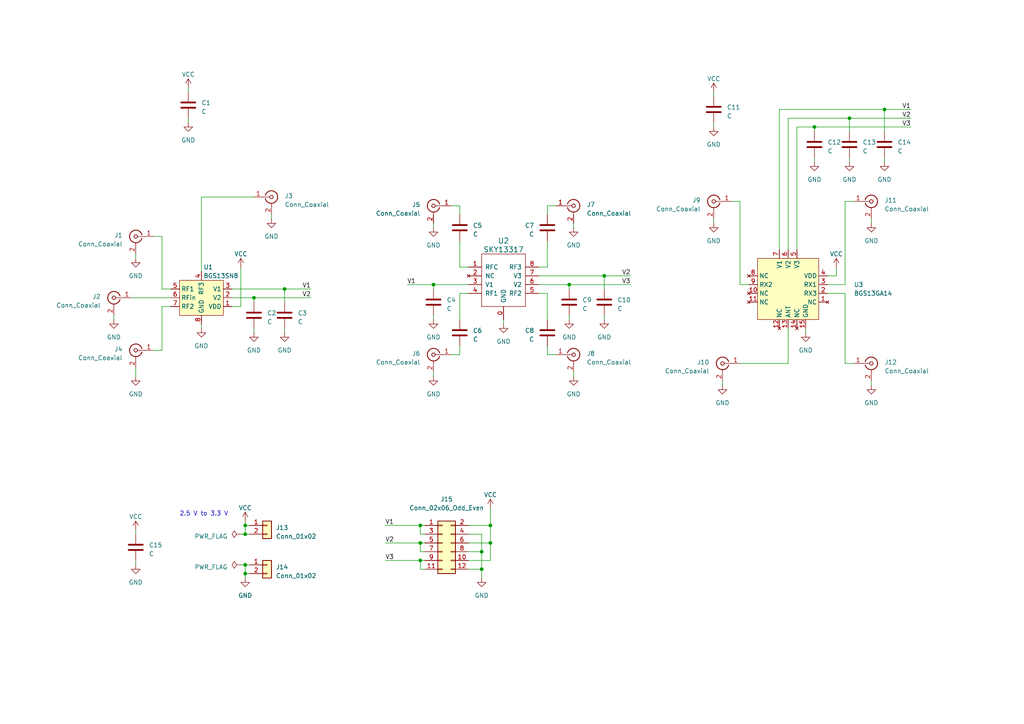
<source format=kicad_sch>
(kicad_sch (version 20231120) (generator "eeschema") (generator_version "8.0")
  (paper "A4")
  (title_block (title "${TITLE}") (date "${DATE}") (rev "${VERSION}") (company "${COPYRIGHT}") (comment 1 "${LICENSE}"))
  (lib_symbols
    (symbol "Connector:Conn_Coaxial" (pin_names (offset 1.016) hide)
      (property "Reference" "J" (at 0.254 3.048 0))
      (property "Value" "Conn_Coaxial" (at 2.921 0 90))
      (symbol "Conn_Coaxial_0_1"
        (arc (start -1.778 -0.508) (mid 0.2311 -1.8066) (end 1.778 0) (stroke (width 0.254)))
        (polyline (pts (xy -2.54 0) (xy -0.508 0)))
        (polyline (pts (xy 0 -2.54) (xy 0 -1.778)))
        (circle (center 0 0) (radius 0.508) (stroke (width 0.2032)))
        (arc (start 1.778 0) (mid 0.2099 1.8101) (end -1.778 0.508) (stroke (width 0.254)))
      )
      (symbol "Conn_Coaxial_1_1"
        (pin passive line (at -5.08 0 0) (length 2.54) (name "In") (number "1"))
        (pin passive line (at 0 -5.08 90) (length 2.54) (name "Ext") (number "2"))
      )
    )
    (symbol "Connector_Generic:Conn_01x02" (pin_names (offset 1.016) hide)
      (property "Reference" "J" (at 0 2.54 0))
      (property "Value" "Conn_01x02" (at 0 -5.08 0))
      (symbol "Conn_01x02_1_1"
        (rectangle (start -1.27 -2.413) (end 0 -2.667) (stroke (width 0.1524)))
        (rectangle (start -1.27 0.127) (end 0 -0.127) (stroke (width 0.1524)))
        (rectangle (start -1.27 1.27) (end 1.27 -3.81) (stroke (width 0.254)) (fill (type background)))
        (pin passive line (at -5.08 0 0) (length 3.81) (name "Pin_1") (number "1"))
        (pin passive line (at -5.08 -2.54 0) (length 3.81) (name "Pin_2") (number "2"))
      )
    )
    (symbol "Connector_Generic:Conn_02x06_Odd_Even" (pin_names (offset 1.016) hide)
      (property "Reference" "J" (at 1.27 7.62 0))
      (property "Value" "Conn_02x06_Odd_Even" (at 1.27 -10.16 0))
      (symbol "Conn_02x06_Odd_Even_1_1"
        (rectangle (start -1.27 -7.493) (end 0 -7.747) (stroke (width 0.1524)))
        (rectangle (start -1.27 -4.953) (end 0 -5.207) (stroke (width 0.1524)))
        (rectangle (start -1.27 -2.413) (end 0 -2.667) (stroke (width 0.1524)))
        (rectangle (start -1.27 0.127) (end 0 -0.127) (stroke (width 0.1524)))
        (rectangle (start -1.27 2.667) (end 0 2.413) (stroke (width 0.1524)))
        (rectangle (start -1.27 5.207) (end 0 4.953) (stroke (width 0.1524)))
        (rectangle (start -1.27 6.35) (end 3.81 -8.89) (stroke (width 0.254)) (fill (type background)))
        (rectangle (start 3.81 -7.493) (end 2.54 -7.747) (stroke (width 0.1524)))
        (rectangle (start 3.81 -4.953) (end 2.54 -5.207) (stroke (width 0.1524)))
        (rectangle (start 3.81 -2.413) (end 2.54 -2.667) (stroke (width 0.1524)))
        (rectangle (start 3.81 0.127) (end 2.54 -0.127) (stroke (width 0.1524)))
        (rectangle (start 3.81 2.667) (end 2.54 2.413) (stroke (width 0.1524)))
        (rectangle (start 3.81 5.207) (end 2.54 4.953) (stroke (width 0.1524)))
        (pin passive line (at -5.08 5.08 0) (length 3.81) (name "Pin_1") (number "1"))
        (pin passive line (at 7.62 -5.08 180) (length 3.81) (name "Pin_10") (number "10"))
        (pin passive line (at -5.08 -7.62 0) (length 3.81) (name "Pin_11") (number "11"))
        (pin passive line (at 7.62 -7.62 180) (length 3.81) (name "Pin_12") (number "12"))
        (pin passive line (at 7.62 5.08 180) (length 3.81) (name "Pin_2") (number "2"))
        (pin passive line (at -5.08 2.54 0) (length 3.81) (name "Pin_3") (number "3"))
        (pin passive line (at 7.62 2.54 180) (length 3.81) (name "Pin_4") (number "4"))
        (pin passive line (at -5.08 0 0) (length 3.81) (name "Pin_5") (number "5"))
        (pin passive line (at 7.62 0 180) (length 3.81) (name "Pin_6") (number "6"))
        (pin passive line (at -5.08 -2.54 0) (length 3.81) (name "Pin_7") (number "7"))
        (pin passive line (at 7.62 -2.54 180) (length 3.81) (name "Pin_8") (number "8"))
        (pin passive line (at -5.08 -5.08 0) (length 3.81) (name "Pin_9") (number "9"))
      )
    )
    (symbol "Device:C" (pin_numbers hide) (pin_names (offset 0.254))
      (property "Reference" "C" (at 0.635 2.54 0))
      (property "Value" "C" (at 0.635 -2.54 0))
      (symbol "C_0_1"
        (polyline (pts (xy -2.032 -0.762) (xy 2.032 -0.762)) (stroke (width 0.508)))
        (polyline (pts (xy -2.032 0.762) (xy 2.032 0.762)) (stroke (width 0.508)))
      )
      (symbol "C_1_1"
        (pin passive line (at 0 3.81 270) (length 2.794) (name "~") (number "1"))
        (pin passive line (at 0 -3.81 90) (length 2.794) (name "~") (number "2"))
      )
    )
    (symbol "eval:BGS13GA14"
      (property "Reference" "U" (at 10.16 12.7 0))
      (property "Value" "BGS13GA14" (at 10.16 10.16 0))
      (symbol "BGS13GA14_1_1"
        (rectangle (start -8.89 8.89) (end 8.89 -8.89) (fill (type background)))
        (pin no_connect line (at -11.43 3.81 0) (length 2.54) (name "NC") (number "1"))
        (pin no_connect line (at 11.43 1.27 180) (length 2.54) (name "NC") (number "10"))
        (pin no_connect line (at 11.43 3.81 180) (length 2.54) (name "NC") (number "11"))
        (pin no_connect line (at 2.54 11.43 270) (length 2.54) (name "NC") (number "12"))
        (pin passive line (at 0 11.43 270) (length 2.54) (name "ANT") (number "13"))
        (pin no_connect line (at -2.54 11.43 270) (length 2.54) (name "NC") (number "14"))
        (pin power_in line (at -5.08 11.43 270) (length 2.54) (name "GND") (number "15"))
        (pin passive line (at -11.43 1.27 0) (length 2.54) (name "RX3") (number "2"))
        (pin passive line (at -11.43 -1.27 0) (length 2.54) (name "RX1") (number "3"))
        (pin power_in line (at -11.43 -3.81 0) (length 2.54) (name "VDD") (number "4"))
        (pin input line (at -2.54 -11.43 90) (length 2.54) (name "V3") (number "5"))
        (pin input line (at 0 -11.43 90) (length 2.54) (name "V2") (number "6"))
        (pin input line (at 2.54 -11.43 90) (length 2.54) (name "V1") (number "7"))
        (pin no_connect line (at 11.43 -3.81 180) (length 2.54) (name "NC") (number "8"))
        (pin passive line (at 11.43 -1.27 180) (length 2.54) (name "RX2") (number "9"))
      )
    )
    (symbol "eval:BGS13SN8"
      (property "Reference" "U" (at 7.62 8.89 0))
      (property "Value" "BGS13SN8" (at 7.62 6.35 0))
      (symbol "BGS13SN8_1_1"
        (rectangle (start -6.35 5.08) (end 6.35 -5.08) (fill (type background)))
        (pin power_in line (at -8.89 2.54 0) (length 2.54) (name "VDD") (number "1"))
        (pin input line (at -8.89 0 0) (length 2.54) (name "V2") (number "2"))
        (pin input line (at -8.89 -2.54 0) (length 2.54) (name "V1") (number "3"))
        (pin passive line (at 0 -7.62 90) (length 2.54) (name "RF3") (number "4"))
        (pin passive line (at 8.89 -2.54 180) (length 2.54) (name "RF1") (number "5"))
        (pin passive line (at 8.89 0 180) (length 2.54) (name "RFin") (number "6"))
        (pin passive line (at 8.89 2.54 180) (length 2.54) (name "RF2") (number "7"))
        (pin power_in line (at 0 7.62 270) (length 2.54) (name "GND") (number "8"))
        (pin power_in line (at 0 7.62 270) (length 2.54) hide (name "GND") (number "9"))
      )
    )
    (symbol "gsg-symbols:SKY13317" (pin_names (offset 1.016))
      (property "Reference" "U" (at 0 0 0))
      (property "Value" "SKY13317" (at 0 6.35 0))
      (symbol "SKY13317_0_1"
        (rectangle (start -6.35 7.62) (end 6.35 -7.62))
      )
      (symbol "SKY13317_1_1"
        (pin power_in line (at 0 -11.43 90) (length 3.81) (name "GND") (number "0"))
        (pin bidirectional line (at -10.16 3.81 0) (length 3.81) (name "RFC") (number "1"))
        (pin no_connect line (at -10.16 1.27 0) (length 3.81) (name "NC") (number "2"))
        (pin input line (at -10.16 -1.27 0) (length 3.81) (name "V1") (number "3"))
        (pin bidirectional line (at -10.16 -3.81 0) (length 3.81) (name "RF1") (number "4"))
        (pin bidirectional line (at 10.16 -3.81 180) (length 3.81) (name "RF2") (number "5"))
        (pin input line (at 10.16 -1.27 180) (length 3.81) (name "V2") (number "6"))
        (pin input line (at 10.16 1.27 180) (length 3.81) (name "V3") (number "7"))
        (pin bidirectional line (at 10.16 3.81 180) (length 3.81) (name "RF3") (number "8"))
      )
    )
    (symbol "power:GND" (power) (pin_numbers hide) (pin_names (offset 0) hide)
      (property "Value" "GND" (at 0 -3.81 0))
      (symbol "GND_0_1"
        (polyline (pts (xy 0 0) (xy 0 -1.27) (xy 1.27 -1.27) (xy 0 -2.54) (xy -1.27 -1.27) (xy 0 -1.27)))
      )
      (symbol "GND_1_1"
        (pin power_in line (at 0 0 270) (length 0) (name "~") (number "1"))
      )
    )
    (symbol "power:PWR_FLAG" (power) (pin_numbers hide) (pin_names (offset 0) hide)
      (property "Value" "PWR_FLAG" (at 0 3.81 0))
      (symbol "PWR_FLAG_0_0"
        (pin power_out line (at 0 0 90) (length 0) (name "~") (number "1"))
      )
      (symbol "PWR_FLAG_0_1"
        (polyline (pts (xy 0 0) (xy 0 1.27) (xy -1.016 1.905) (xy 0 2.54) (xy 1.016 1.905) (xy 0 1.27)))
      )
    )
    (symbol "power:VCC" (power) (pin_numbers hide) (pin_names (offset 0) hide)
      (property "Value" "VCC" (at 0 3.556 0))
      (symbol "VCC_0_1"
        (polyline (pts (xy -0.762 1.27) (xy 0 2.54)))
        (polyline (pts (xy 0 0) (xy 0 2.54)))
        (polyline (pts (xy 0 2.54) (xy 0.762 1.27)))
      )
      (symbol "VCC_1_1"
        (pin power_in line (at 0 0 90) (length 0) (name "~") (number "1"))
      )
    )
  )
  (junction (at 175.26 80.01))
  (junction (at 121.92 157.48))
  (junction (at 142.24 157.48))
  (junction (at 236.22 36.83))
  (junction (at 73.66 86.36))
  (junction (at 142.24 152.4))
  (junction (at 256.54 31.75))
  (junction (at 121.92 162.56))
  (junction (at 246.38 34.29))
  (junction (at 71.12 166.37))
  (junction (at 165.1 82.55))
  (junction (at 121.92 152.4))
  (junction (at 139.7 165.1))
  (junction (at 71.12 152.4))
  (junction (at 71.12 154.94))
  (junction (at 82.55 83.82))
  (junction (at 139.7 160.02))
  (junction (at 125.73 82.55))
  (junction (at 71.12 163.83))
  (wire (pts (xy 121.92 162.56) (xy 123.19 162.56)))
  (wire (pts (xy 133.35 59.69) (xy 130.81 59.69)))
  (wire (pts (xy 118.11 82.55) (xy 125.73 82.55)))
  (wire (pts (xy 44.45 68.58) (xy 46.99 68.58)))
  (wire (pts (xy 256.54 31.75) (xy 264.16 31.75)))
  (wire (pts (xy 214.63 58.42) (xy 212.09 58.42)))
  (wire (pts (xy 142.24 152.4) (xy 142.24 157.48)))
  (wire (pts (xy 39.37 106.68) (xy 39.37 109.22)))
  (wire (pts (xy 236.22 36.83) (xy 264.16 36.83)))
  (wire (pts (xy 135.89 154.94) (xy 139.7 154.94)))
  (wire (pts (xy 214.63 82.55) (xy 217.17 82.55)))
  (wire (pts (xy 252.73 110.49) (xy 252.73 111.76)))
  (wire (pts (xy 133.35 102.87) (xy 130.81 102.87)))
  (wire (pts (xy 156.21 77.47) (xy 158.75 77.47)))
  (wire (pts (xy 139.7 160.02) (xy 139.7 165.1)))
  (wire (pts (xy 245.11 105.41) (xy 247.65 105.41)))
  (wire (pts (xy 236.22 45.72) (xy 236.22 46.99)))
  (wire (pts (xy 58.42 93.98) (xy 58.42 95.25)))
  (wire (pts (xy 73.66 86.36) (xy 73.66 87.63)))
  (wire (pts (xy 166.37 64.77) (xy 166.37 66.04)))
  (wire (pts (xy 156.21 85.09) (xy 158.75 85.09)))
  (wire (pts (xy 39.37 162.56) (xy 39.37 163.83)))
  (wire (pts (xy 121.92 162.56) (xy 121.92 165.1)))
  (wire (pts (xy 71.12 154.94) (xy 72.39 154.94)))
  (wire (pts (xy 246.38 34.29) (xy 246.38 38.1)))
  (wire (pts (xy 82.55 83.82) (xy 90.17 83.82)))
  (wire (pts (xy 54.61 34.29) (xy 54.61 35.56)))
  (wire (pts (xy 133.35 77.47) (xy 135.89 77.47)))
  (wire (pts (xy 39.37 73.66) (xy 39.37 74.93)))
  (wire (pts (xy 135.89 162.56) (xy 142.24 162.56)))
  (wire (pts (xy 245.11 58.42) (xy 245.11 82.55)))
  (wire (pts (xy 252.73 63.5) (xy 252.73 64.77)))
  (wire (pts (xy 228.6 34.29) (xy 228.6 72.39)))
  (wire (pts (xy 121.92 152.4) (xy 123.19 152.4)))
  (wire (pts (xy 166.37 107.95) (xy 166.37 109.22)))
  (wire (pts (xy 71.12 163.83) (xy 72.39 163.83)))
  (wire (pts (xy 133.35 69.85) (xy 133.35 77.47)))
  (wire (pts (xy 256.54 45.72) (xy 256.54 46.99)))
  (wire (pts (xy 214.63 58.42) (xy 214.63 82.55)))
  (wire (pts (xy 121.92 157.48) (xy 121.92 160.02)))
  (wire (pts (xy 135.89 157.48) (xy 142.24 157.48)))
  (wire (pts (xy 233.68 95.25) (xy 233.68 96.52)))
  (wire (pts (xy 139.7 154.94) (xy 139.7 160.02)))
  (wire (pts (xy 67.31 86.36) (xy 73.66 86.36)))
  (wire (pts (xy 158.75 85.09) (xy 158.75 92.71)))
  (wire (pts (xy 46.99 83.82) (xy 49.53 83.82)))
  (wire (pts (xy 44.45 101.6) (xy 46.99 101.6)))
  (wire (pts (xy 71.12 152.4) (xy 72.39 152.4)))
  (wire (pts (xy 123.19 165.1) (xy 121.92 165.1)))
  (wire (pts (xy 175.26 80.01) (xy 175.26 83.82)))
  (wire (pts (xy 121.92 157.48) (xy 123.19 157.48)))
  (wire (pts (xy 240.03 82.55) (xy 245.11 82.55)))
  (wire (pts (xy 111.76 157.48) (xy 121.92 157.48)))
  (wire (pts (xy 33.02 91.44) (xy 33.02 92.71)))
  (wire (pts (xy 125.73 64.77) (xy 125.73 66.04)))
  (wire (pts (xy 133.35 85.09) (xy 135.89 85.09)))
  (wire (pts (xy 207.01 35.56) (xy 207.01 36.83)))
  (wire (pts (xy 133.35 59.69) (xy 133.35 62.23)))
  (wire (pts (xy 240.03 80.01) (xy 242.57 80.01)))
  (wire (pts (xy 69.85 163.83) (xy 71.12 163.83)))
  (wire (pts (xy 165.1 91.44) (xy 165.1 92.71)))
  (wire (pts (xy 46.99 68.58) (xy 46.99 83.82)))
  (wire (pts (xy 158.75 100.33) (xy 158.75 102.87)))
  (wire (pts (xy 214.63 105.41) (xy 228.6 105.41)))
  (wire (pts (xy 209.55 110.49) (xy 209.55 111.76)))
  (wire (pts (xy 121.92 160.02) (xy 123.19 160.02)))
  (wire (pts (xy 135.89 152.4) (xy 142.24 152.4)))
  (wire (pts (xy 71.12 167.64) (xy 71.12 166.37)))
  (wire (pts (xy 226.06 31.75) (xy 256.54 31.75)))
  (wire (pts (xy 133.35 85.09) (xy 133.35 92.71)))
  (wire (pts (xy 256.54 31.75) (xy 256.54 38.1)))
  (wire (pts (xy 245.11 58.42) (xy 247.65 58.42)))
  (wire (pts (xy 158.75 102.87) (xy 161.29 102.87)))
  (wire (pts (xy 158.75 69.85) (xy 158.75 77.47)))
  (wire (pts (xy 246.38 34.29) (xy 264.16 34.29)))
  (wire (pts (xy 38.1 86.36) (xy 49.53 86.36)))
  (wire (pts (xy 125.73 82.55) (xy 135.89 82.55)))
  (wire (pts (xy 125.73 82.55) (xy 125.73 83.82)))
  (wire (pts (xy 73.66 86.36) (xy 90.17 86.36)))
  (wire (pts (xy 165.1 82.55) (xy 182.88 82.55)))
  (wire (pts (xy 165.1 82.55) (xy 165.1 83.82)))
  (wire (pts (xy 135.89 165.1) (xy 139.7 165.1)))
  (wire (pts (xy 71.12 152.4) (xy 71.12 154.94)))
  (wire (pts (xy 69.85 154.94) (xy 71.12 154.94)))
  (wire (pts (xy 146.05 92.71) (xy 146.05 93.98)))
  (wire (pts (xy 228.6 105.41) (xy 228.6 95.25)))
  (wire (pts (xy 156.21 82.55) (xy 165.1 82.55)))
  (wire (pts (xy 139.7 167.64) (xy 139.7 165.1)))
  (wire (pts (xy 226.06 72.39) (xy 226.06 31.75)))
  (wire (pts (xy 175.26 80.01) (xy 182.88 80.01)))
  (wire (pts (xy 78.74 62.23) (xy 78.74 63.5)))
  (wire (pts (xy 39.37 153.67) (xy 39.37 154.94)))
  (wire (pts (xy 158.75 59.69) (xy 158.75 62.23)))
  (wire (pts (xy 231.14 36.83) (xy 231.14 72.39)))
  (wire (pts (xy 231.14 36.83) (xy 236.22 36.83)))
  (wire (pts (xy 58.42 57.15) (xy 73.66 57.15)))
  (wire (pts (xy 142.24 157.48) (xy 142.24 162.56)))
  (wire (pts (xy 121.92 152.4) (xy 121.92 154.94)))
  (wire (pts (xy 246.38 45.72) (xy 246.38 46.99)))
  (wire (pts (xy 125.73 91.44) (xy 125.73 92.71)))
  (wire (pts (xy 71.12 166.37) (xy 71.12 163.83)))
  (wire (pts (xy 156.21 80.01) (xy 175.26 80.01)))
  (wire (pts (xy 142.24 147.32) (xy 142.24 152.4)))
  (wire (pts (xy 111.76 162.56) (xy 121.92 162.56)))
  (wire (pts (xy 236.22 36.83) (xy 236.22 38.1)))
  (wire (pts (xy 71.12 166.37) (xy 72.39 166.37)))
  (wire (pts (xy 123.19 154.94) (xy 121.92 154.94)))
  (wire (pts (xy 158.75 59.69) (xy 161.29 59.69)))
  (wire (pts (xy 46.99 101.6) (xy 46.99 88.9)))
  (wire (pts (xy 240.03 85.09) (xy 245.11 85.09)))
  (wire (pts (xy 58.42 57.15) (xy 58.42 78.74)))
  (wire (pts (xy 69.85 77.47) (xy 69.85 88.9)))
  (wire (pts (xy 67.31 88.9) (xy 69.85 88.9)))
  (wire (pts (xy 175.26 91.44) (xy 175.26 92.71)))
  (wire (pts (xy 111.76 152.4) (xy 121.92 152.4)))
  (wire (pts (xy 125.73 107.95) (xy 125.73 109.22)))
  (wire (pts (xy 133.35 100.33) (xy 133.35 102.87)))
  (wire (pts (xy 67.31 83.82) (xy 82.55 83.82)))
  (wire (pts (xy 207.01 26.67) (xy 207.01 27.94)))
  (wire (pts (xy 246.38 34.29) (xy 228.6 34.29)))
  (wire (pts (xy 242.57 77.47) (xy 242.57 80.01)))
  (wire (pts (xy 82.55 83.82) (xy 82.55 87.63)))
  (wire (pts (xy 245.11 85.09) (xy 245.11 105.41)))
  (wire (pts (xy 54.61 25.4) (xy 54.61 26.67)))
  (wire (pts (xy 71.12 151.13) (xy 71.12 152.4)))
  (wire (pts (xy 46.99 88.9) (xy 49.53 88.9)))
  (wire (pts (xy 73.66 95.25) (xy 73.66 96.52)))
  (wire (pts (xy 135.89 160.02) (xy 139.7 160.02)))
  (wire (pts (xy 82.55 95.25) (xy 82.55 96.52)))
  (wire (pts (xy 207.01 63.5) (xy 207.01 64.77)))
  (text "2.5 V to 3.3 V" (at 52.07 149.86 0) (effects (font (size 1.27 1.27)) (justify left bottom)))
  (label "V2" (at 264.16 34.29 180))
  (label "V2" (at 90.17 86.36 180))
  (label "V3" (at 264.16 36.83 180))
  (label "V1" (at 264.16 31.75 180))
  (label "V1" (at 111.76 152.4 0))
  (label "V3" (at 182.88 82.55 180))
  (label "V3" (at 111.76 162.56 0))
  (label "V2" (at 182.88 80.01 180))
  (label "V1" (at 90.17 83.82 180))
  (label "V1" (at 118.11 82.55 0))
  (label "V2" (at 111.76 157.48 0))
  (symbol (lib_id "Device:C") (at 236.22 41.91 0) (unit 1)
    (property "Reference" "C12" (at 240.03 41.275 0) (effects (justify left)))
    (property "Value" "C" (at 240.03 43.815 0) (effects (justify left)))
    (property "Footprint" "Capacitor_SMD:C_0201_0603Metric" (effects (hide yes)))
  )
  (symbol (lib_id "Connector:Conn_Coaxial") (at 209.55 105.41 0) (mirror y) (unit 1)
    (property "Reference" "J10" (at 205.74 105.0682 0) (effects (justify left)))
    (property "Value" "Conn_Coaxial" (at 205.74 107.6082 0) (effects (justify left)))
    (property "Footprint" "sma-variants:Linx_SMA_CONSMA003.062" (effects (hide yes)))
  )
  (symbol (lib_id "power:GND") (at 39.37 74.93 0) (unit 1)
    (property "Reference" "#PWR02" (effects (hide yes)))
    (property "Value" "GND" (at 39.37 80.01 0))
  )
  (symbol (lib_id "Connector_Generic:Conn_01x02") (at 77.47 152.4 0) (unit 1)
    (property "Reference" "J13" (at 80.01 153.035 0) (effects (justify left)))
    (property "Value" "Conn_01x02" (at 80.01 155.575 0) (effects (justify left)))
    (property "Footprint" "Connector_PinHeader_2.54mm:PinHeader_1x02_P2.54mm_Vertical" (effects (hide yes)))
  )
  (symbol (lib_id "Device:C") (at 256.54 41.91 0) (unit 1)
    (property "Reference" "C14" (at 260.35 41.275 0) (effects (justify left)))
    (property "Value" "C" (at 260.35 43.815 0) (effects (justify left)))
    (property "Footprint" "Capacitor_SMD:C_0201_0603Metric" (effects (hide yes)))
  )
  (symbol (lib_id "power:GND") (at 71.12 167.64 0) (unit 1)
    (property "Reference" "#PWR033" (effects (hide yes)))
    (property "Value" "GND" (at 71.12 172.72 0))
  )
  (symbol (lib_id "power:GND") (at 82.55 96.52 0) (unit 1)
    (property "Reference" "#PWR010" (effects (hide yes)))
    (property "Value" "GND" (at 82.55 101.6 0))
  )
  (symbol (lib_id "eval:BGS13GA14") (at 228.6 83.82 180) (unit 1)
    (property "Reference" "U3" (at 247.65 82.55 0) (effects (justify right)))
    (property "Value" "BGS13GA14" (at 247.65 85.09 0) (effects (justify right)))
    (property "Footprint" "eval:ATSLP-14-1EP_2x2mm_P0.4mm_EP1x1mm" (effects (hide yes)))
  )
  (symbol (lib_id "power:VCC") (at 242.57 77.47 0) (unit 1)
    (property "Reference" "#PWR025" (effects (hide yes)))
    (property "Value" "VCC" (at 242.57 73.66 0))
  )
  (symbol (lib_id "power:GND") (at 54.61 35.56 0) (unit 1)
    (property "Reference" "#PWR05" (effects (hide yes)))
    (property "Value" "GND" (at 54.61 40.64 0))
  )
  (symbol (lib_id "power:GND") (at 73.66 96.52 0) (unit 1)
    (property "Reference" "#PWR08" (effects (hide yes)))
    (property "Value" "GND" (at 73.66 101.6 0))
  )
  (symbol (lib_id "power:GND") (at 166.37 109.22 0) (unit 1)
    (property "Reference" "#PWR017" (effects (hide yes)))
    (property "Value" "GND" (at 166.37 114.3 0))
  )
  (symbol (lib_id "power:GND") (at 209.55 111.76 0) (unit 1)
    (property "Reference" "#PWR022" (effects (hide yes)))
    (property "Value" "GND" (at 209.55 116.84 0))
  )
  (symbol (lib_id "Device:C") (at 133.35 66.04 0) (unit 1)
    (property "Reference" "C5" (at 137.16 65.405 0) (effects (justify left)))
    (property "Value" "C" (at 137.16 67.945 0) (effects (justify left)))
    (property "Footprint" "Capacitor_SMD:C_0201_0603Metric" (effects (hide yes)))
  )
  (symbol (lib_id "power:VCC") (at 142.24 147.32 0) (unit 1)
    (property "Reference" "#PWR035" (effects (hide yes)))
    (property "Value" "VCC" (at 142.24 143.51 0))
  )
  (symbol (lib_id "power:GND") (at 165.1 92.71 0) (unit 1)
    (property "Reference" "#PWR015" (effects (hide yes)))
    (property "Value" "GND" (at 165.1 97.79 0))
  )
  (symbol (lib_id "power:GND") (at 58.42 95.25 0) (unit 1)
    (property "Reference" "#PWR06" (effects (hide yes)))
    (property "Value" "GND" (at 58.42 100.33 0))
  )
  (symbol (lib_id "power:GND") (at 166.37 66.04 0) (unit 1)
    (property "Reference" "#PWR016" (effects (hide yes)))
    (property "Value" "GND" (at 166.37 71.12 0))
  )
  (symbol (lib_id "Device:C") (at 246.38 41.91 0) (unit 1)
    (property "Reference" "C13" (at 250.19 41.275 0) (effects (justify left)))
    (property "Value" "C" (at 250.19 43.815 0) (effects (justify left)))
    (property "Footprint" "Capacitor_SMD:C_0201_0603Metric" (effects (hide yes)))
  )
  (symbol (lib_id "power:PWR_FLAG") (at 69.85 154.94 90) (unit 1)
    (property "Reference" "#FLG01" (effects (hide yes)))
    (property "Value" "PWR_FLAG" (at 66.04 155.575 90) (effects (justify left)))
  )
  (symbol (lib_id "Device:C") (at 207.01 31.75 0) (unit 1)
    (property "Reference" "C11" (at 210.82 31.115 0) (effects (justify left)))
    (property "Value" "C" (at 210.82 33.655 0) (effects (justify left)))
    (property "Footprint" "Capacitor_SMD:C_0201_0603Metric" (effects (hide yes)))
  )
  (symbol (lib_id "power:GND") (at 125.73 92.71 0) (mirror y) (unit 1)
    (property "Reference" "#PWR012" (effects (hide yes)))
    (property "Value" "GND" (at 125.73 97.79 0))
  )
  (symbol (lib_id "Connector:Conn_Coaxial") (at 125.73 59.69 0) (mirror y) (unit 1)
    (property "Reference" "J5" (at 121.92 59.3482 0) (effects (justify left)))
    (property "Value" "Conn_Coaxial" (at 121.92 61.8882 0) (effects (justify left)))
    (property "Footprint" "sma-variants:Linx_SMA_CONSMA003.062" (effects (hide yes)))
  )
  (symbol (lib_id "power:GND") (at 252.73 64.77 0) (unit 1)
    (property "Reference" "#PWR027" (effects (hide yes)))
    (property "Value" "GND" (at 252.73 69.85 0))
  )
  (symbol (lib_id "Connector:Conn_Coaxial") (at 166.37 59.69 0) (unit 1)
    (property "Reference" "J7" (at 170.18 59.3482 0) (effects (justify left)))
    (property "Value" "Conn_Coaxial" (at 170.18 61.8882 0) (effects (justify left)))
    (property "Footprint" "sma-variants:Linx_SMA_CONSMA003.062" (effects (hide yes)))
  )
  (symbol (lib_id "power:PWR_FLAG") (at 69.85 163.83 90) (unit 1)
    (property "Reference" "#FLG02" (effects (hide yes)))
    (property "Value" "PWR_FLAG" (at 66.04 164.465 90) (effects (justify left)))
  )
  (symbol (lib_id "Device:C") (at 133.35 96.52 0) (unit 1)
    (property "Reference" "C6" (at 137.16 95.885 0) (effects (justify left)))
    (property "Value" "C" (at 137.16 98.425 0) (effects (justify left)))
    (property "Footprint" "Capacitor_SMD:C_0201_0603Metric" (effects (hide yes)))
  )
  (symbol (lib_id "Device:C") (at 125.73 87.63 0) (unit 1)
    (property "Reference" "C4" (at 129.54 86.995 0) (effects (justify left)))
    (property "Value" "C" (at 129.54 89.535 0) (effects (justify left)))
    (property "Footprint" "Capacitor_SMD:C_0201_0603Metric" (effects (hide yes)))
  )
  (symbol (lib_id "power:GND") (at 125.73 109.22 0) (unit 1)
    (property "Reference" "#PWR013" (effects (hide yes)))
    (property "Value" "GND" (at 125.73 114.3 0))
  )
  (symbol (lib_id "power:GND") (at 78.74 63.5 0) (unit 1)
    (property "Reference" "#PWR09" (effects (hide yes)))
    (property "Value" "GND" (at 78.74 68.58 0))
  )
  (symbol (lib_id "Connector:Conn_Coaxial") (at 252.73 58.42 0) (unit 1)
    (property "Reference" "J11" (at 256.54 58.0782 0) (effects (justify left)))
    (property "Value" "Conn_Coaxial" (at 256.54 60.6182 0) (effects (justify left)))
    (property "Footprint" "sma-variants:Linx_SMA_CONSMA003.062" (effects (hide yes)))
  )
  (symbol (lib_id "Device:C") (at 158.75 96.52 0) (mirror y) (unit 1)
    (property "Reference" "C8" (at 154.94 95.885 0) (effects (justify left)))
    (property "Value" "C" (at 154.94 98.425 0) (effects (justify left)))
    (property "Footprint" "Capacitor_SMD:C_0201_0603Metric" (effects (hide yes)))
  )
  (symbol (lib_id "power:GND") (at 175.26 92.71 0) (unit 1)
    (property "Reference" "#PWR018" (effects (hide yes)))
    (property "Value" "GND" (at 175.26 97.79 0))
  )
  (symbol (lib_id "Device:C") (at 158.75 66.04 0) (mirror y) (unit 1)
    (property "Reference" "C7" (at 154.94 65.405 0) (effects (justify left)))
    (property "Value" "C" (at 154.94 67.945 0) (effects (justify left)))
    (property "Footprint" "Capacitor_SMD:C_0201_0603Metric" (effects (hide yes)))
  )
  (symbol (lib_id "power:VCC") (at 54.61 25.4 0) (unit 1)
    (property "Reference" "#PWR04" (effects (hide yes)))
    (property "Value" "VCC" (at 54.61 21.59 0))
  )
  (symbol (lib_id "power:GND") (at 233.68 96.52 0) (unit 1)
    (property "Reference" "#PWR023" (effects (hide yes)))
    (property "Value" "GND" (at 233.68 101.6 0))
  )
  (symbol (lib_id "power:GND") (at 246.38 46.99 0) (unit 1)
    (property "Reference" "#PWR026" (effects (hide yes)))
    (property "Value" "GND" (at 246.38 52.07 0))
  )
  (symbol (lib_id "power:VCC") (at 207.01 26.67 0) (unit 1)
    (property "Reference" "#PWR019" (effects (hide yes)))
    (property "Value" "VCC" (at 207.01 22.86 0))
  )
  (symbol (lib_id "Device:C") (at 82.55 91.44 0) (unit 1)
    (property "Reference" "C3" (at 86.36 90.805 0) (effects (justify left)))
    (property "Value" "C" (at 86.36 93.345 0) (effects (justify left)))
    (property "Footprint" "Capacitor_SMD:C_0201_0603Metric" (effects (hide yes)))
  )
  (symbol (lib_id "power:GND") (at 207.01 64.77 0) (unit 1)
    (property "Reference" "#PWR021" (effects (hide yes)))
    (property "Value" "GND" (at 207.01 69.85 0))
  )
  (symbol (lib_id "power:GND") (at 125.73 66.04 0) (unit 1)
    (property "Reference" "#PWR011" (effects (hide yes)))
    (property "Value" "GND" (at 125.73 71.12 0))
  )
  (symbol (lib_id "power:GND") (at 146.05 93.98 0) (unit 1)
    (property "Reference" "#PWR014" (effects (hide yes)))
    (property "Value" "GND" (at 146.05 99.06 0))
  )
  (symbol (lib_id "power:GND") (at 39.37 109.22 0) (unit 1)
    (property "Reference" "#PWR03" (effects (hide yes)))
    (property "Value" "GND" (at 39.37 114.3 0))
  )
  (symbol (lib_id "Connector:Conn_Coaxial") (at 39.37 101.6 0) (mirror y) (unit 1)
    (property "Reference" "J4" (at 35.56 101.2582 0) (effects (justify left)))
    (property "Value" "Conn_Coaxial" (at 35.56 103.7982 0) (effects (justify left)))
    (property "Footprint" "sma-variants:Linx_SMA_CONSMA003.062" (effects (hide yes)))
  )
  (symbol (lib_id "power:GND") (at 33.02 92.71 0) (unit 1)
    (property "Reference" "#PWR01" (effects (hide yes)))
    (property "Value" "GND" (at 33.02 97.79 0))
  )
  (symbol (lib_id "power:GND") (at 236.22 46.99 0) (unit 1)
    (property "Reference" "#PWR024" (effects (hide yes)))
    (property "Value" "GND" (at 236.22 52.07 0))
  )
  (symbol (lib_id "Connector:Conn_Coaxial") (at 125.73 102.87 0) (mirror y) (unit 1)
    (property "Reference" "J6" (at 121.92 102.5282 0) (effects (justify left)))
    (property "Value" "Conn_Coaxial" (at 121.92 105.0682 0) (effects (justify left)))
    (property "Footprint" "sma-variants:Linx_SMA_CONSMA003.062" (effects (hide yes)))
  )
  (symbol (lib_id "Connector:Conn_Coaxial") (at 39.37 68.58 0) (mirror y) (unit 1)
    (property "Reference" "J1" (at 35.56 68.2382 0) (effects (justify left)))
    (property "Value" "Conn_Coaxial" (at 35.56 70.7782 0) (effects (justify left)))
    (property "Footprint" "sma-variants:Linx_SMA_CONSMA003.062" (effects (hide yes)))
  )
  (symbol (lib_id "Connector_Generic:Conn_01x02") (at 77.47 163.83 0) (unit 1)
    (property "Reference" "J14" (at 80.01 164.465 0) (effects (justify left)))
    (property "Value" "Conn_01x02" (at 80.01 167.005 0) (effects (justify left)))
    (property "Footprint" "Connector_PinHeader_2.54mm:PinHeader_1x02_P2.54mm_Vertical" (effects (hide yes)))
  )
  (symbol (lib_id "power:GND") (at 139.7 167.64 0) (unit 1)
    (property "Reference" "#PWR034" (effects (hide yes)))
    (property "Value" "GND" (at 139.7 172.72 0))
  )
  (symbol (lib_id "Device:C") (at 54.61 30.48 0) (unit 1)
    (property "Reference" "C1" (at 58.42 29.845 0) (effects (justify left)))
    (property "Value" "C" (at 58.42 32.385 0) (effects (justify left)))
    (property "Footprint" "Capacitor_SMD:C_0201_0603Metric" (effects (hide yes)))
  )
  (symbol (lib_id "Connector:Conn_Coaxial") (at 78.74 57.15 0) (unit 1)
    (property "Reference" "J3" (at 82.55 56.8082 0) (effects (justify left)))
    (property "Value" "Conn_Coaxial" (at 82.55 59.3482 0) (effects (justify left)))
    (property "Footprint" "sma-variants:Linx_SMA_CONSMA003.062" (effects (hide yes)))
  )
  (symbol (lib_id "Device:C") (at 175.26 87.63 0) (unit 1)
    (property "Reference" "C10" (at 179.07 86.995 0) (effects (justify left)))
    (property "Value" "C" (at 179.07 89.535 0) (effects (justify left)))
    (property "Footprint" "Capacitor_SMD:C_0201_0603Metric" (effects (hide yes)))
  )
  (symbol (lib_id "power:GND") (at 256.54 46.99 0) (unit 1)
    (property "Reference" "#PWR029" (effects (hide yes)))
    (property "Value" "GND" (at 256.54 52.07 0))
  )
  (symbol (lib_id "Device:C") (at 73.66 91.44 0) (unit 1)
    (property "Reference" "C2" (at 77.47 90.805 0) (effects (justify left)))
    (property "Value" "C" (at 77.47 93.345 0) (effects (justify left)))
    (property "Footprint" "Capacitor_SMD:C_0201_0603Metric" (effects (hide yes)))
  )
  (symbol (lib_id "Connector:Conn_Coaxial") (at 207.01 58.42 0) (mirror y) (unit 1)
    (property "Reference" "J9" (at 203.2 58.0782 0) (effects (justify left)))
    (property "Value" "Conn_Coaxial" (at 203.2 60.6182 0) (effects (justify left)))
    (property "Footprint" "sma-variants:Linx_SMA_CONSMA003.062" (effects (hide yes)))
  )
  (symbol (lib_id "power:GND") (at 207.01 36.83 0) (unit 1)
    (property "Reference" "#PWR020" (effects (hide yes)))
    (property "Value" "GND" (at 207.01 41.91 0))
  )
  (symbol (lib_id "power:VCC") (at 69.85 77.47 0) (unit 1)
    (property "Reference" "#PWR07" (effects (hide yes)))
    (property "Value" "VCC" (at 69.85 73.66 0))
  )
  (symbol (lib_id "Connector:Conn_Coaxial") (at 33.02 86.36 0) (mirror y) (unit 1)
    (property "Reference" "J2" (at 29.21 86.0182 0) (effects (justify left)))
    (property "Value" "Conn_Coaxial" (at 29.21 88.5582 0) (effects (justify left)))
    (property "Footprint" "sma-variants:Linx_SMA_CONSMA003.062" (effects (hide yes)))
  )
  (symbol (lib_id "eval:BGS13SN8") (at 58.42 86.36 180) (unit 1)
    (property "Reference" "U1" (at 59.0041 77.47 0) (effects (justify right)))
    (property "Value" "BGS13SN8" (at 59.0041 80.01 0) (effects (justify right)))
    (property "Footprint" "eval:TSNP-9-3" (effects (hide yes)))
    (property "Datasheet" "https://www.infineon.com/dgdl/Infineon-BGS13SN8-DS-v02_02-EN.pdf?fileId=5546d462584d1d4a0158cf52e3ae03a7" (effects (hide yes)))
  )
  (symbol (lib_id "Connector:Conn_Coaxial") (at 166.37 102.87 0) (unit 1)
    (property "Reference" "J8" (at 170.18 102.5282 0) (effects (justify left)))
    (property "Value" "Conn_Coaxial" (at 170.18 105.0682 0) (effects (justify left)))
    (property "Footprint" "sma-variants:Linx_SMA_CONSMA003.062" (effects (hide yes)))
  )
  (symbol (lib_id "Device:C") (at 39.37 158.75 0) (unit 1)
    (property "Reference" "C15" (at 43.18 158.115 0) (effects (justify left)))
    (property "Value" "C" (at 43.18 160.655 0) (effects (justify left)))
    (property "Footprint" "Capacitor_SMD:C_0201_0603Metric" (effects (hide yes)))
  )
  (symbol (lib_id "power:VCC") (at 39.37 153.67 0) (unit 1)
    (property "Reference" "#PWR030" (effects (hide yes)))
    (property "Value" "VCC" (at 39.37 149.86 0))
  )
  (symbol (lib_id "gsg-symbols:SKY13317") (at 146.05 81.28 0) (unit 1)
    (property "Reference" "U2" (at 146.05 69.85 0) (effects (font (size 1.524 1.524))))
    (property "Value" "SKY13317" (at 146.05 72.39 0) (effects (font (size 1.524 1.524))))
    (property "Footprint" "gsg-modules:SKY13317-373LF" (effects (hide yes)))
  )
  (symbol (lib_id "Connector_Generic:Conn_02x06_Odd_Even") (at 128.27 157.48 0) (unit 1)
    (property "Reference" "J15" (at 129.54 144.78 0))
    (property "Value" "Conn_02x06_Odd_Even" (at 129.54 147.32 0))
    (property "Footprint" "Connector_PinHeader_2.54mm:PinHeader_2x06_P2.54mm_Vertical" (effects (hide yes)))
  )
  (symbol (lib_id "power:GND") (at 39.37 163.83 0) (unit 1)
    (property "Reference" "#PWR031" (effects (hide yes)))
    (property "Value" "GND" (at 39.37 168.91 0))
  )
  (symbol (lib_id "power:GND") (at 252.73 111.76 0) (unit 1)
    (property "Reference" "#PWR028" (effects (hide yes)))
    (property "Value" "GND" (at 252.73 116.84 0))
  )
  (symbol (lib_id "power:VCC") (at 71.12 151.13 0) (unit 1)
    (property "Reference" "#PWR032" (effects (hide yes)))
    (property "Value" "VCC" (at 71.12 147.32 0))
  )
  (symbol (lib_id "Device:C") (at 165.1 87.63 0) (unit 1)
    (property "Reference" "C9" (at 168.91 86.995 0) (effects (justify left)))
    (property "Value" "C" (at 168.91 89.535 0) (effects (justify left)))
    (property "Footprint" "Capacitor_SMD:C_0201_0603Metric" (effects (hide yes)))
  )
  (symbol (lib_id "Connector:Conn_Coaxial") (at 252.73 105.41 0) (unit 1)
    (property "Reference" "J12" (at 256.54 105.0682 0) (effects (justify left)))
    (property "Value" "Conn_Coaxial" (at 256.54 107.6082 0) (effects (justify left)))
    (property "Footprint" "sma-variants:Linx_SMA_CONSMA003.062" (effects (hide yes)))
  )
)
</source>
